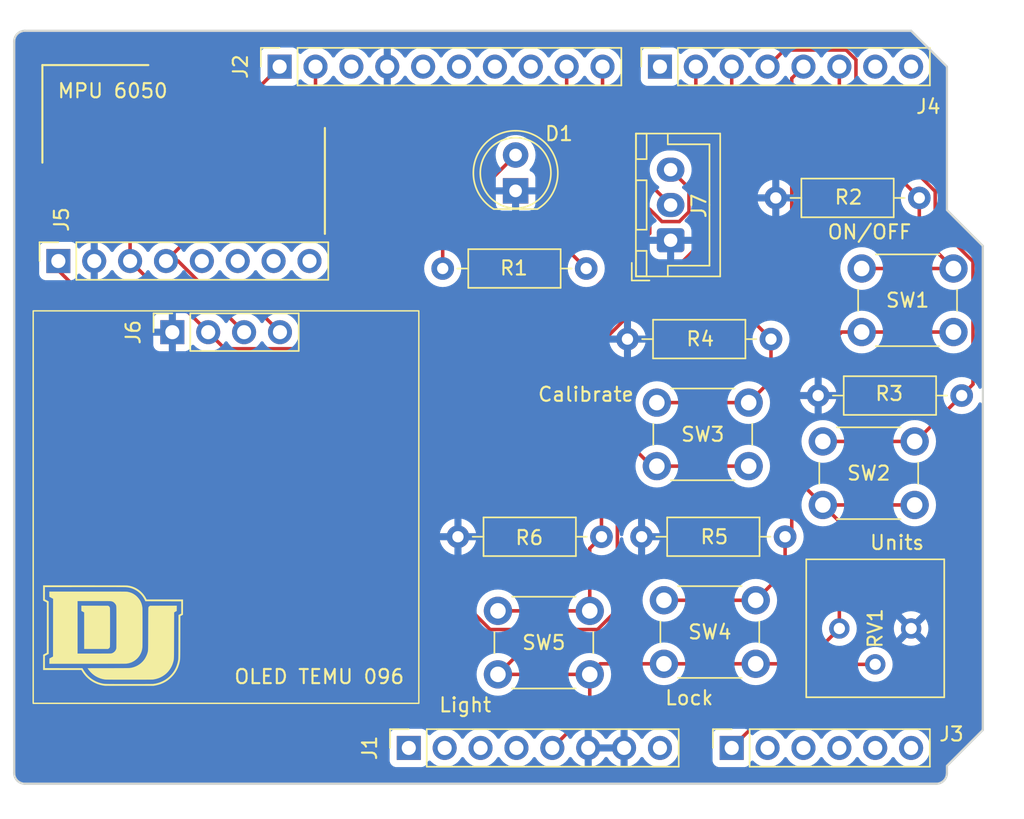
<source format=kicad_pcb>
(kicad_pcb (version 20240108) (generator "pcbnew") (generator_version "8.0")
  (title_block (title "Uno Shield ThermoPro") (date "2/3/2025") (rev "1.0") (company "Luciano Henriquez"))
  (layers (0 "F.Cu" signal) (31 "B.Cu" power) (34 "B.Paste" user) (35 "F.Paste" user) (36 "B.SilkS" user "B.Silkscreen") (37 "F.SilkS" user "F.Silkscreen") (38 "B.Mask" user) (39 "F.Mask" user) (44 "Edge.Cuts" user))
  (net 0 "")
  (net 1 "GND")
  (net 2 "+5V")
  (net 3 "/IOREF")
  (net 4 "/A1")
  (net 5 "/A2")
  (net 6 "/A3")
  (net 7 "/SDA{slash}A4")
  (net 8 "/SCL{slash}A5")
  (net 9 "/13")
  (net 10 "/12")
  (net 11 "/AREF")
  (net 12 "/temp_digital")
  (net 13 "/7")
  (net 14 "/*11")
  (net 15 "/*10")
  (net 16 "/TX{slash}1")
  (net 17 "/RX{slash}0")
  (net 18 "+3V3")
  (net 19 "VCC")
  (net 20 "/~{RESET}")
  (net 21 "/I2C_SCL")
  (net 22 "/I2C_SDA")
  (net 23 "/button_onoff")
  (net 24 "/button_lock")
  (net 25 "/button_light")
  (net 26 "/button_units")
  (net 27 "/button_cal")
  (net 28 "Net-(D1-A)")
  (net 29 "/led_light")
  (net 30 "/temp_sensor")
  (footprint "Connector_PinSocket_2.54mm:PinSocket_1x08_P2.54mm_Vertical" (layer "F.Cu") (at 127.94 97.46 90)
    (property "Reference" "J1" (at 0 -2.77 90) (layer "F.SilkS"))
    (property "Value" "Power")
    (pad "1" thru_hole rect (at 0 0 90) (size 1.7 1.7) (drill 1) (layers "*.Cu" "*.Mask"))
    (pad "2" thru_hole oval (at 0 2.54 90) (size 1.7 1.7) (drill 1) (layers "*.Cu" "*.Mask") (net 3 "/IOREF"))
    (pad "3" thru_hole oval (at 0 5.08 90) (size 1.7 1.7) (drill 1) (layers "*.Cu" "*.Mask") (net 20 "/~{RESET}"))
    (pad "4" thru_hole oval (at 0 7.62 90) (size 1.7 1.7) (drill 1) (layers "*.Cu" "*.Mask") (net 18 "+3V3"))
    (pad "5" thru_hole oval (at 0 10.16 90) (size 1.7 1.7) (drill 1) (layers "*.Cu" "*.Mask") (net 2 "+5V"))
    (pad "6" thru_hole oval (at 0 12.7 90) (size 1.7 1.7) (drill 1) (layers "*.Cu" "*.Mask") (net 1 "GND"))
    (pad "7" thru_hole oval (at 0 15.24 90) (size 1.7 1.7) (drill 1) (layers "*.Cu" "*.Mask") (net 1 "GND"))
    (pad "8" thru_hole oval (at 0 17.78 90) (size 1.7 1.7) (drill 1) (layers "*.Cu" "*.Mask") (net 19 "VCC"))
  )
  (footprint "Connector_PinSocket_2.54mm:PinSocket_1x06_P2.54mm_Vertical" (layer "F.Cu") (at 150.8 97.46 90)
    (property "Reference" "J3" (at 0.98 15.56 180) (layer "F.SilkS"))
    (property "Value" "Analog")
    (pad "1" thru_hole rect (at 0 0 90) (size 1.7 1.7) (drill 1) (layers "*.Cu" "*.Mask") (net 30 "/temp_sensor"))
    (pad "2" thru_hole oval (at 0 2.54 90) (size 1.7 1.7) (drill 1) (layers "*.Cu" "*.Mask") (net 4 "/A1"))
    (pad "3" thru_hole oval (at 0 5.08 90) (size 1.7 1.7) (drill 1) (layers "*.Cu" "*.Mask") (net 5 "/A2"))
    (pad "4" thru_hole oval (at 0 7.62 90) (size 1.7 1.7) (drill 1) (layers "*.Cu" "*.Mask") (net 6 "/A3"))
    (pad "5" thru_hole oval (at 0 10.16 90) (size 1.7 1.7) (drill 1) (layers "*.Cu" "*.Mask") (net 7 "/SDA{slash}A4"))
    (pad "6" thru_hole oval (at 0 12.7 90) (size 1.7 1.7) (drill 1) (layers "*.Cu" "*.Mask") (net 8 "/SCL{slash}A5"))
  )
  (footprint "Connector_PinSocket_2.54mm:PinSocket_1x10_P2.54mm_Vertical" (layer "F.Cu") (at 118.796 49.2 90)
    (property "Reference" "J2" (at 0 -2.77 90) (layer "F.SilkS"))
    (property "Value" "Digital/PWM")
    (pad "1" thru_hole rect (at 0 0 90) (size 1.7 1.7) (drill 1) (layers "*.Cu" "*.Mask") (net 21 "/I2C_SCL"))
    (pad "2" thru_hole oval (at 0 2.54 90) (size 1.7 1.7) (drill 1) (layers "*.Cu" "*.Mask") (net 22 "/I2C_SDA"))
    (pad "3" thru_hole oval (at 0 5.08 90) (size 1.7 1.7) (drill 1) (layers "*.Cu" "*.Mask") (net 11 "/AREF"))
    (pad "4" thru_hole oval (at 0 7.62 90) (size 1.7 1.7) (drill 1) (layers "*.Cu" "*.Mask") (net 1 "GND"))
    (pad "5" thru_hole oval (at 0 10.16 90) (size 1.7 1.7) (drill 1) (layers "*.Cu" "*.Mask") (net 9 "/13"))
    (pad "6" thru_hole oval (at 0 12.7 90) (size 1.7 1.7) (drill 1) (layers "*.Cu" "*.Mask") (net 10 "/12"))
    (pad "7" thru_hole oval (at 0 15.24 90) (size 1.7 1.7) (drill 1) (layers "*.Cu" "*.Mask") (net 14 "/*11"))
    (pad "8" thru_hole oval (at 0 17.78 90) (size 1.7 1.7) (drill 1) (layers "*.Cu" "*.Mask") (net 15 "/*10"))
    (pad "9" thru_hole oval (at 0 20.32 90) (size 1.7 1.7) (drill 1) (layers "*.Cu" "*.Mask") (net 29 "/led_light"))
    (pad "10" thru_hole oval (at 0 22.86 90) (size 1.7 1.7) (drill 1) (layers "*.Cu" "*.Mask") (net 12 "/temp_digital"))
  )
  (footprint "Connector_PinSocket_2.54mm:PinSocket_1x08_P2.54mm_Vertical" (layer "F.Cu") (at 145.72 49.2 90)
    (property "Reference" "J4" (at -2.83 19 180) (layer "F.SilkS"))
    (property "Value" "Digital/PWM")
    (pad "1" thru_hole rect (at 0 0 90) (size 1.7 1.7) (drill 1) (layers "*.Cu" "*.Mask") (net 13 "/7"))
    (pad "2" thru_hole oval (at 0 2.54 90) (size 1.7 1.7) (drill 1) (layers "*.Cu" "*.Mask") (net 25 "/button_light"))
    (pad "3" thru_hole oval (at 0 5.08 90) (size 1.7 1.7) (drill 1) (layers "*.Cu" "*.Mask") (net 27 "/button_cal"))
    (pad "4" thru_hole oval (at 0 7.62 90) (size 1.7 1.7) (drill 1) (layers "*.Cu" "*.Mask") (net 26 "/button_units"))
    (pad "5" thru_hole oval (at 0 10.16 90) (size 1.7 1.7) (drill 1) (layers "*.Cu" "*.Mask") (net 24 "/button_lock"))
    (pad "6" thru_hole oval (at 0 12.7 90) (size 1.7 1.7) (drill 1) (layers "*.Cu" "*.Mask") (net 23 "/button_onoff"))
    (pad "7" thru_hole oval (at 0 15.24 90) (size 1.7 1.7) (drill 1) (layers "*.Cu" "*.Mask") (net 16 "/TX{slash}1"))
    (pad "8" thru_hole oval (at 0 17.78 90) (size 1.7 1.7) (drill 1) (layers "*.Cu" "*.Mask") (net 17 "/RX{slash}0"))
  )
  (footprint "Button_Switch_THT:SW_PUSH_6mm" (layer "F.Cu") (at 146 87)
    (property "Reference" "SW4" (at 3.25 2.25 0) (layer "F.SilkS"))
    (property "Value" "SW_SPST")
    (pad "1" thru_hole circle (at 0 0 90) (size 2 2) (drill 1.1) (layers "*.Cu" "*.Mask") (net 24 "/button_lock"))
    (pad "1" thru_hole circle (at 6.5 0 90) (size 2 2) (drill 1.1) (layers "*.Cu" "*.Mask") (net 24 "/button_lock"))
    (pad "2" thru_hole circle (at 0 4.5 90) (size 2 2) (drill 1.1) (layers "*.Cu" "*.Mask") (net 2 "+5V"))
    (pad "2" thru_hole circle (at 6.5 4.5 90) (size 2 2) (drill 1.1) (layers "*.Cu" "*.Mask") (net 2 "+5V"))
  )
  (footprint "LED_THT:LED_D5.0mm" (layer "F.Cu") (at 135.5 58 90)
    (property "Reference" "D1" (at 4.05 3.07 180) (layer "F.SilkS"))
    (property "Value" "LED")
    (pad "1" thru_hole rect (at 0 0 90) (size 1.8 1.8) (drill 0.9) (layers "*.Cu" "*.Mask") (net 1 "GND"))
    (pad "2" thru_hole circle (at 2.54 0 90) (size 1.8 1.8) (drill 0.9) (layers "*.Cu" "*.Mask") (net 28 "Net-(D1-A)"))
  )
  (footprint "Button_Switch_THT:SW_PUSH_6mm" (layer "F.Cu") (at 134.25 87.75)
    (property "Reference" "SW5" (at 3.25 2.25 0) (layer "F.SilkS"))
    (property "Value" "SW_SPST")
    (pad "1" thru_hole circle (at 0 0 90) (size 2 2) (drill 1.1) (layers "*.Cu" "*.Mask") (net 25 "/button_light"))
    (pad "1" thru_hole circle (at 6.5 0 90) (size 2 2) (drill 1.1) (layers "*.Cu" "*.Mask") (net 25 "/button_light"))
    (pad "2" thru_hole circle (at 0 4.5 90) (size 2 2) (drill 1.1) (layers "*.Cu" "*.Mask") (net 2 "+5V"))
    (pad "2" thru_hole circle (at 6.5 4.5 90) (size 2 2) (drill 1.1) (layers "*.Cu" "*.Mask") (net 2 "+5V"))
  )
  (footprint "Button_Switch_THT:SW_PUSH_6mm" (layer "F.Cu") (at 157.25 75.75)
    (property "Reference" "SW2" (at 3.25 2.25 0) (layer "F.SilkS"))
    (property "Value" "SW_SPST")
    (pad "1" thru_hole circle (at 0 0 90) (size 2 2) (drill 1.1) (layers "*.Cu" "*.Mask") (net 26 "/button_units"))
    (pad "1" thru_hole circle (at 6.5 0 90) (size 2 2) (drill 1.1) (layers "*.Cu" "*.Mask") (net 26 "/button_units"))
    (pad "2" thru_hole circle (at 0 4.5 90) (size 2 2) (drill 1.1) (layers "*.Cu" "*.Mask") (net 2 "+5V"))
    (pad "2" thru_hole circle (at 6.5 4.5 90) (size 2 2) (drill 1.1) (layers "*.Cu" "*.Mask") (net 2 "+5V"))
  )
  (footprint "Resistor_THT:R_Axial_DIN0207_L6.3mm_D2.5mm_P10.16mm_Horizontal" (layer "F.Cu") (at 153.58 68.5 180)
    (property "Reference" "R4" (at 5.01 0.01 0) (layer "F.SilkS"))
    (property "Value" "100k")
    (pad "1" thru_hole circle (at 0 0 180) (size 1.6 1.6) (drill 0.8) (layers "*.Cu" "*.Mask") (net 27 "/button_cal"))
    (pad "2" thru_hole oval (at 10.16 0 180) (size 1.6 1.6) (drill 0.8) (layers "*.Cu" "*.Mask") (net 1 "GND"))
  )
  (footprint "LOGO" (layer "F.Cu") (at 107 89.5)
    (property "Reference" "G***" (hide yes))
    (property "Value" "LOGO" (hide yes))
  )
  (footprint "Resistor_THT:R_Axial_DIN0207_L6.3mm_D2.5mm_P10.16mm_Horizontal" (layer "F.Cu") (at 140.5 63.5 180)
    (property "Reference" "R1" (at 5.12 0.03 0) (layer "F.SilkS"))
    (property "Value" "1k")
    (pad "1" thru_hole circle (at 0 0 180) (size 1.6 1.6) (drill 0.8) (layers "*.Cu" "*.Mask") (net 29 "/led_light"))
    (pad "2" thru_hole oval (at 10.16 0 180) (size 1.6 1.6) (drill 0.8) (layers "*.Cu" "*.Mask") (net 28 "Net-(D1-A)"))
  )
  (footprint "Button_Switch_THT:SW_PUSH_6mm" (layer "F.Cu") (at 145.5 73)
    (property "Reference" "SW3" (at 3.25 2.25 0) (layer "F.SilkS"))
    (property "Value" "SW_SPST")
    (pad "1" thru_hole circle (at 0 0 90) (size 2 2) (drill 1.1) (layers "*.Cu" "*.Mask") (net 27 "/button_cal"))
    (pad "1" thru_hole circle (at 6.5 0 90) (size 2 2) (drill 1.1) (layers "*.Cu" "*.Mask") (net 27 "/button_cal"))
    (pad "2" thru_hole circle (at 0 4.5 90) (size 2 2) (drill 1.1) (layers "*.Cu" "*.Mask") (net 2 "+5V"))
    (pad "2" thru_hole circle (at 6.5 4.5 90) (size 2 2) (drill 1.1) (layers "*.Cu" "*.Mask") (net 2 "+5V"))
  )
  (footprint "Connector_PinSocket_2.54mm:PinSocket_1x04_P2.54mm_Vertical" (layer "F.Cu") (at 111.2 68.01 90)
    (property "Reference" "J6" (at 0 -2.77 90) (layer "F.SilkS"))
    (property "Value" "CONN_DISPLAY")
    (pad "1" thru_hole rect (at 0 0 90) (size 1.7 1.7) (drill 1) (layers "*.Cu" "*.Mask") (net 1 "GND"))
    (pad "2" thru_hole oval (at 0 2.54 90) (size 1.7 1.7) (drill 1) (layers "*.Cu" "*.Mask") (net 2 "+5V"))
    (pad "3" thru_hole oval (at 0 5.08 90) (size 1.7 1.7) (drill 1) (layers "*.Cu" "*.Mask") (net 21 "/I2C_SCL"))
    (pad "4" thru_hole oval (at 0 7.62 90) (size 1.7 1.7) (drill 1) (layers "*.Cu" "*.Mask") (net 22 "/I2C_SDA"))
  )
  (footprint "Button_Switch_THT:SW_PUSH_6mm" (layer "F.Cu") (at 160 63.5)
    (property "Reference" "SW1" (at 3.25 2.25 0) (layer "F.SilkS"))
    (property "Value" "SW_SPST")
    (pad "1" thru_hole circle (at 0 0 90) (size 2 2) (drill 1.1) (layers "*.Cu" "*.Mask") (net 23 "/button_onoff"))
    (pad "1" thru_hole circle (at 6.5 0 90) (size 2 2) (drill 1.1) (layers "*.Cu" "*.Mask") (net 23 "/button_onoff"))
    (pad "2" thru_hole circle (at 0 4.5 90) (size 2 2) (drill 1.1) (layers "*.Cu" "*.Mask") (net 2 "+5V"))
    (pad "2" thru_hole circle (at 6.5 4.5 90) (size 2 2) (drill 1.1) (layers "*.Cu" "*.Mask") (net 2 "+5V"))
  )
  (footprint "Resistor_THT:R_Axial_DIN0207_L6.3mm_D2.5mm_P10.16mm_Horizontal" (layer "F.Cu") (at 154.58 82.5 180)
    (property "Reference" "R5" (at 5.01 -0.01 0) (layer "F.SilkS"))
    (property "Value" "100k")
    (pad "1" thru_hole circle (at 0 0 180) (size 1.6 1.6) (drill 0.8) (layers "*.Cu" "*.Mask") (net 24 "/button_lock"))
    (pad "2" thru_hole oval (at 10.16 0 180) (size 1.6 1.6) (drill 0.8) (layers "*.Cu" "*.Mask") (net 1 "GND"))
  )
  (footprint "Connector_JST:JST_XH_B3B-XH-A_1x03_P2.50mm_Vertical" (layer "F.Cu") (at 146.475 61.5 90)
    (property "Reference" "J7" (at 2.44 2.01 90) (layer "F.SilkS"))
    (property "Value" "CONN_TEMP")
    (pad "1" thru_hole roundrect (at 0 0 90) (size 1.7 1.95) (drill 0.95) (layers "*.Cu" "*.Mask") (roundrect_rratio 0.147059) (net 1 "GND"))
    (pad "2" thru_hole oval (at 2.5 0 90) (size 1.7 1.95) (drill 0.95) (layers "*.Cu" "*.Mask") (net 12 "/temp_digital"))
    (pad "3" thru_hole oval (at 5 0 90) (size 1.7 1.95) (drill 0.95) (layers "*.Cu" "*.Mask") (net 2 "+5V"))
  )
  (footprint "Resistor_THT:R_Axial_DIN0207_L6.3mm_D2.5mm_P10.16mm_Horizontal" (layer "F.Cu") (at 164.08 58.5 180)
    (property "Reference" "R2" (at 5.01 0.05 0) (layer "F.SilkS"))
    (property "Value" "100k")
    (pad "1" thru_hole circle (at 0 0 180) (size 1.6 1.6) (drill 0.8) (layers "*.Cu" "*.Mask") (net 23 "/button_onoff"))
    (pad "2" thru_hole oval (at 10.16 0 180) (size 1.6 1.6) (drill 0.8) (layers "*.Cu" "*.Mask") (net 1 "GND"))
  )
  (footprint "Potentiometer_THT:Potentiometer_Bourns_3386P_Vertical" (layer "F.Cu") (at 158.42 89 -90)
    (property "Reference" "RV1" (at -0.015 -2.54 90) (layer "F.SilkS"))
    (property "Value" "10k")
    (pad "1" thru_hole circle (at 0 0 270) (size 1.44 1.44) (drill 0.8) (layers "*.Cu" "*.Mask") (net 2 "+5V"))
    (pad "2" thru_hole circle (at 2.54 -2.54 270) (size 1.44 1.44) (drill 0.8) (layers "*.Cu" "*.Mask") (net 30 "/temp_sensor"))
    (pad "3" thru_hole circle (at 0 -5.08 270) (size 1.44 1.44) (drill 0.8) (layers "*.Cu" "*.Mask") (net 1 "GND"))
  )
  (footprint "Connector_PinSocket_2.54mm:PinSocket_1x08_P2.54mm_Vertical" (layer "F.Cu") (at 103.13 62.97 90)
    (property "Reference" "J5" (at 2.94 0.23 90) (layer "F.SilkS"))
    (property "Value" "CONN_GYRO")
    (pad "1" thru_hole rect (at 0 0 90) (size 1.7 1.7) (drill 1) (layers "*.Cu" "*.Mask") (net 2 "+5V"))
    (pad "2" thru_hole oval (at 0 2.54 90) (size 1.7 1.7) (drill 1) (layers "*.Cu" "*.Mask") (net 1 "GND"))
    (pad "3" thru_hole oval (at 0 5.08 90) (size 1.7 1.7) (drill 1) (layers "*.Cu" "*.Mask") (net 21 "/I2C_SCL"))
    (pad "4" thru_hole oval (at 0 7.62 90) (size 1.7 1.7) (drill 1) (layers "*.Cu" "*.Mask") (net 22 "/I2C_SDA"))
    (pad "5" thru_hole oval (at 0 10.16 90) (size 1.7 1.7) (drill 1) (layers "*.Cu" "*.Mask"))
    (pad "6" thru_hole oval (at 0 12.7 90) (size 1.7 1.7) (drill 1) (layers "*.Cu" "*.Mask"))
    (pad "7" thru_hole oval (at 0 15.24 90) (size 1.7 1.7) (drill 1) (layers "*.Cu" "*.Mask"))
    (pad "8" thru_hole oval (at 0 17.78 90) (size 1.7 1.7) (drill 1) (layers "*.Cu" "*.Mask"))
  )
  (footprint "Resistor_THT:R_Axial_DIN0207_L6.3mm_D2.5mm_P10.16mm_Horizontal" (layer "F.Cu") (at 141.58 82.5 180)
    (property "Reference" "R6" (at 5.11 -0.07 0) (layer "F.SilkS"))
    (property "Value" "100k")
    (pad "1" thru_hole circle (at 0 0 180) (size 1.6 1.6) (drill 0.8) (layers "*.Cu" "*.Mask") (net 25 "/button_light"))
    (pad "2" thru_hole oval (at 10.16 0 180) (size 1.6 1.6) (drill 0.8) (layers "*.Cu" "*.Mask") (net 1 "GND"))
  )
  (footprint "Resistor_THT:R_Axial_DIN0207_L6.3mm_D2.5mm_P10.16mm_Horizontal" (layer "F.Cu") (at 167.08 72.5 180)
    (property "Reference" "R3" (at 5.13 0.14 0) (layer "F.SilkS"))
    (property "Value" "100k")
    (pad "1" thru_hole circle (at 0 0 180) (size 1.6 1.6) (drill 0.8) (layers "*.Cu" "*.Mask") (net 26 "/button_units"))
    (pad "2" thru_hole oval (at 10.16 0 180) (size 1.6 1.6) (drill 0.8) (layers "*.Cu" "*.Mask") (net 1 "GND"))
  )
  (gr_line (start 102 49.09) (end 109.50054 49.09) (stroke (width 0.15)) (layer "F.SilkS"))
  (gr_line (start 102 49.09) (end 102 56) (stroke (width 0.15)) (layer "F.SilkS"))
  (gr_line (start 122 61.045) (end 122 53.545) (stroke (width 0.15)) (layer "F.SilkS"))
  (gr_rect (start 101.35 66.5) (end 128.65 94.3) (stroke (width 0.1)) (fill none) (layer "F.SilkS"))
  (gr_line (start 166.04 59.36) (end 168.58 61.9) (stroke (width 0.15)) (layer "Edge.Cuts"))
  (gr_line (start 100 99.238) (end 100 47.422) (stroke (width 0.15)) (layer "Edge.Cuts"))
  (gr_line (start 168.58 61.9) (end 168.58 96.19) (stroke (width 0.15)) (layer "Edge.Cuts"))
  (gr_line (start 165.278 100) (end 100.762 100) (stroke (width 0.15)) (layer "Edge.Cuts"))
  (gr_line (start 100.762 46.66) (end 163.5 46.66) (stroke (width 0.15)) (layer "Edge.Cuts"))
  (gr_arc (start 100.762 100) (mid 100.223185 99.776815) (end 100 99.238) (stroke (width 0.15)) (layer "Edge.Cuts"))
  (gr_line (start 168.58 96.19) (end 166.04 98.73) (stroke (width 0.15)) (layer "Edge.Cuts"))
  (gr_line (start 163.5 46.66) (end 166.04 49.2) (stroke (width 0.15)) (layer "Edge.Cuts"))
  (gr_arc (start 166.04 99.238) (mid 165.816815 99.776815) (end 165.278 100) (stroke (width 0.15)) (layer "Edge.Cuts"))
  (gr_line (start 166.04 49.2) (end 166.04 59.36) (stroke (width 0.15)) (layer "Edge.Cuts"))
  (gr_line (start 166.04 98.73) (end 166.04 99.238) (stroke (width 0.15)) (layer "Edge.Cuts"))
  (gr_arc (start 100 47.422) (mid 100.223185 46.883185) (end 100.762 46.66) (stroke (width 0.15)) (layer "Edge.Cuts"))
  (gr_text "Lock" (at 146 94.5 0) (layer "F.SilkS") (effects (font (size 1 1)) (justify left bottom)))
  (gr_text "Light" (at 130 95 0) (layer "F.SilkS") (effects (font (size 1 1)) (justify left bottom)))
  (gr_text "Units\n" (at 160.5 83.5 0) (layer "F.SilkS") (effects (font (size 1 1)) (justify left bottom)))
  (gr_text "OLED TEMU 096\n" (at 115.5 93 0) (layer "F.SilkS") (effects (font (size 1 1)) (justify left bottom)))
  (gr_text "Calibrate" (at 137 73 0) (layer "F.SilkS") (effects (font (size 1 1)) (justify left bottom)))
  (gr_text "MPU 6050\n" (at 103 51.5 0) (layer "F.SilkS") (effects (font (size 1 1)) (justify left bottom)))
  (gr_text "ON/OFF" (at 157.5 61.5 0) (layer "F.SilkS") (effects (font (size 1 1)) (justify left bottom)))
  (segment (start 147.775 57.8) (end 146.475 56.5) (width 0.25) (layer "F.Cu") (net 2))
  (segment (start 125 72.185) (end 122 69.185) (width 0.25) (layer "F.Cu") (net 2))
  (segment (start 147.775 59.486701) (end 147.775 57.8) (width 0.25) (layer "F.Cu") (net 2))
  (segment (start 160 68) (end 158.585787 68) (width 0.25) (layer "F.Cu") (net 2))
  (segment (start 158.42 81.42) (end 157.25 80.25) (width 0.25) (layer "F.Cu") (net 2))
  (segment (start 142.705 75.075) (end 142.705 87.668833) (width 0.25) (layer "F.Cu") (net 2))
  (segment (start 155.5 78.5) (end 157.25 80.25) (width 0.25) (layer "F.Cu") (net 2))
  (segment (start 145 59.311701) (end 145.863299 60.175) (width 0.25) (layer "F.Cu") (net 2))
  (segment (start 122 69.185) (end 136.815 69.185) (width 0.25) (layer "F.Cu") (net 2))
  (segment (start 158.42 89) (end 158.42 81.42) (width 0.25) (layer "F.Cu") (net 2))
  (segment (start 158.585787 68) (end 155.5 71.085787) (width 0.25) (layer "F.Cu") (net 2))
  (segment (start 134.25 92.25) (end 140.75 92.25) (width 0.25) (layer "F.Cu") (net 2))
  (segment (start 145.13 77.5) (end 142.705 75.075) (width 0.25) (layer "F.Cu") (net 2))
  (segment (start 103.13 63.63) (end 105 65.5) (width 0.25) (layer "F.Cu") (net 2))
  (segment (start 146 91.5) (end 141.5 91.5) (width 0.25) (layer "F.Cu") (net 2))
  (segment (start 152.5 91.5) (end 155.92 91.5) (width 0.25) (layer "F.Cu") (net 2))
  (segment (start 134.25 92.25) (end 137 89.5) (width 0.25) (layer "F.Cu") (net 2))
  (segment (start 157.25 80.25) (end 163.75 80.25) (width 0.25) (layer "F.Cu") (net 2))
  (segment (start 125 80.373833) (end 125 72.185) (width 0.25) (layer "F.Cu") (net 2))
  (segment (start 113.74 68.01) (end 114.915 69.185) (width 0.25) (layer "F.Cu") (net 2))
  (segment (start 136.815 69.185) (end 145 61) (width 0.25) (layer "F.Cu") (net 2))
  (segment (start 114.915 69.185) (end 122 69.185) (width 0.25) (layer "F.Cu") (net 2))
  (segment (start 146 91.5) (end 152.5 91.5) (width 0.25) (layer "F.Cu") (net 2))
  (segment (start 111.23 65.5) (end 113.74 68.01) (width 0.25) (layer "F.Cu") (net 2))
  (segment (start 145 61) (end 145 59.311701) (width 0.25) (layer "F.Cu") (net 2))
  (segment (start 142.705 87.668833) (end 141.298833 89.075) (width 0.25) (layer "F.Cu") (net 2))
  (segment (start 141.298833 89.075) (end 137 89.075) (width 0.25) (layer "F.Cu") (net 2))
  (segment (start 141.5 91.5) (end 140.75 92.25) (width 0.25) (layer "F.Cu") (net 2))
  (segment (start 152 77.5) (end 145.5 77.5) (width 0.25) (layer "F.Cu") (net 2))
  (segment (start 155.92 91.5) (end 158.42 89) (width 0.25) (layer "F.Cu") (net 2))
  (segment (start 138.1 97.46) (end 140.75 94.81) (width 0.25) (layer "F.Cu") (net 2))
  (segment (start 137 89.075) (end 133.701167 89.075) (width 0.25) (layer "F.Cu") (net 2))
  (segment (start 140.75 94.81) (end 140.75 92.25) (width 0.25) (layer "F.Cu") (net 2))
  (segment (start 147.086701 60.175) (end 147.775 59.486701) (width 0.25) (layer "F.Cu") (net 2))
  (segment (start 137 89.5) (end 137 89.075) (width 0.25) (layer "F.Cu") (net 2))
  (segment (start 145.863299 60.175) (end 147.086701 60.175) (width 0.25) (layer "F.Cu") (net 2))
  (segment (start 105 65.5) (end 111.23 65.5) (width 0.25) (layer "F.Cu") (net 2))
  (segment (start 160 68) (end 166.5 68) (width 0.25) (layer "F.Cu") (net 2))
  (segment (start 155.5 71.085787) (end 155.5 78.5) (width 0.25) (layer "F.Cu") (net 2))
  (segment (start 133.701167 89.075) (end 125 80.373833) (width 0.25) (layer "F.Cu") (net 2))
  (segment (start 141.656 49.2) (end 141.656 54.181) (width 0.25) (layer "F.Cu") (net 12))
  (segment (start 141.656 54.181) (end 146.475 59) (width 0.25) (layer "F.Cu") (net 12))
  (segment (start 108.21 59.786) (end 118.796 49.2) (width 0.25) (layer "F.Cu") (net 21))
  (segment (start 108.21 62.97) (end 108.21 59.786) (width 0.25) (layer "F.Cu") (net 21))
  (segment (start 109.74 64.5) (end 112.5 64.5) (width 0.25) (layer "F.Cu") (net 21))
  (segment (start 112.5 64.5) (end 113 65) (width 0.25) (layer "F.Cu") (net 21))
  (segment (start 113.27 65) (end 116.28 68.01) (width 0.25) (layer "F.Cu") (net 21))
  (segment (start 113 65) (end 113.27 65) (width 0.25) (layer "F.Cu") (net 21))
  (segment (start 108.21 62.97) (end 109.74 64.5) (width 0.25) (layer "F.Cu") (net 21))
  (segment (start 110.75 62.97) (end 111.606396 62.97) (width 0.25) (layer "F.Cu") (net 22))
  (segment (start 121.336 52.384) (end 110.75 62.97) (width 0.25) (layer "F.Cu") (net 22))
  (segment (start 115.36 64.55) (end 118.82 68.01) (width 0.25) (layer "F.Cu") (net 22))
  (segment (start 111.606396 62.97) (end 113.186396 64.55) (width 0.25) (layer "F.Cu") (net 22))
  (segment (start 121.336 49.2) (end 121.336 52.384) (width 0.25) (layer "F.Cu") (net 22))
  (segment (start 113.186396 64.55) (end 115.36 64.55) (width 0.25) (layer "F.Cu") (net 22))
  (segment (start 164.08 58.5) (end 164.08 61.08) (width 0.25) (layer "F.Cu") (net 23))
  (segment (start 160 63.5) (end 166.5 63.5) (width 0.25) (layer "F.Cu") (net 23))
  (segment (start 158.42 52.84) (end 164.08 58.5) (width 0.25) (layer "F.Cu") (net 23))
  (segment (start 158.42 49.2) (end 158.42 52.84) (width 0.25) (layer "F.Cu") (net 23))
  (segment (start 164.08 61.08) (end 166.5 63.5) (width 0.25) (layer "F.Cu") (net 23))
  (segment (start 155.88 49.2) (end 155.05 50.03) (width 0.25) (layer "F.Cu") (net 24))
  (segment (start 154.58 84.92) (end 152.5 87) (width 0.25) (layer "F.Cu") (net 24))
  (segment (start 154.58 82.5) (end 154.58 84.92) (width 0.25) (layer "F.Cu") (net 24))
  (segment (start 152.5 87) (end 146 87) (width 0.25) (layer "F.Cu") (net 24))
  (segment (start 155.05 50.03) (end 155.05 82.03) (width 0.25) (layer "F.Cu") (net 24))
  (segment (start 140.75 87.75) (end 140.75 83.33) (width 0.25) (layer "F.Cu") (net 25))
  (segment (start 141.58 82.5) (end 141.58 68.749009) (width 0.25) (layer "F.Cu") (net 25))
  (segment (start 140.75 83.33) (end 141.58 82.5) (width 0.25) (layer "F.Cu") (net 25))
  (segment (start 140.75 87.75) (end 134.25 87.75) (width 0.25) (layer "F.Cu") (net 25))
  (segment (start 141.58 68.749009) (end 148.26 62.069009) (width 0.25) (layer "F.Cu") (net 25))
  (segment (start 148.26 62.069009) (end 148.26 49.2) (width 0.25) (layer "F.Cu") (net 25))
  (segment (start 159.595 52.424009) (end 165.205 58.034009) (width 0.25) (layer "F.Cu") (net 26))
  (segment (start 158.906701 48.025) (end 159.595 48.713299) (width 0.25) (layer "F.Cu") (net 26))
  (segment (start 165.205 58.034009) (end 165.205 60.331167) (width 0.25) (layer "F.Cu") (net 26))
  (segment (start 157.25 75.75) (end 163.75 75.75) (width 0.25) (layer "F.Cu") (net 26))
  (segment (start 154.515 48.025) (end 158.906701 48.025) (width 0.25) (layer "F.Cu") (net 26))
  (segment (start 167.879999 63.006166) (end 167.879999 71.700001) (width 0.25) (layer "F.Cu") (net 26))
  (segment (start 159.595 48.713299) (end 159.595 52.424009) (width 0.25) (layer "F.Cu") (net 26))
  (segment (start 165.205 60.331167) (end 167.879999 63.006166) (width 0.25) (layer "F.Cu") (net 26))
  (segment (start 167.08 72.5) (end 163.83 75.75) (width 0.25) (layer "F.Cu") (net 26))
  (segment (start 167.879999 71.700001) (end 167.08 72.5) (width 0.25) (layer "F.Cu") (net 26))
  (segment (start 153.34 49.2) (end 154.515 48.025) (width 0.25) (layer "F.Cu") (net 26))
  (segment (start 150.8 49.2) (end 150.8 65.72) (width 0.25) (layer "F.Cu") (net 27))
  (segment (start 153.58 71.42) (end 152 73) (width 0.25) (layer "F.Cu") (net 27))
  (segment (start 150.8 65.72) (end 153.58 68.5) (width 0.25) (layer "F.Cu") (net 27))
  (segment (start 153.58 68.5) (end 153.58 71.42) (width 0.25) (layer "F.Cu") (net 27))
  (segment (start 145.5 73) (end 152 73) (width 0.25) (layer "F.Cu") (net 27))
  (segment (start 130.34 60.62) (end 130.34 63.5) (width 0.25) (layer "F.Cu") (net 28))
  (segment (start 135.5 55.46) (end 130.34 60.62) (width 0.25) (layer "F.Cu") (net 28))
  (segment (start 139.116 62.116) (end 140.5 63.5) (width 0.25) (layer "F.Cu") (net 29))
  (segment (start 139.116 49.2) (end 139.116 62.116) (width 0.25) (layer "F.Cu") (net 29))
  (segment (start 156.72 91.54) (end 160.96 91.54) (width 0.25) (layer "F.Cu") (net 30))
  (segment (start 150.8 97.46) (end 156.72 91.54) (width 0.25) (layer "F.Cu") (net 30))
  (zone (net 1) (net_name "GND") (layer "B.Cu") (connect_pads (clearance 0.508)) (min_thickness 0.25) (fill yes (thermal_gap 0.5) (thermal_bridge_width 0.5))
    (polygon (pts (xy 99.5 46) (xy 171.5 46) (xy 171.5 102.5) (xy 99 102)))
  )
)
</source>
